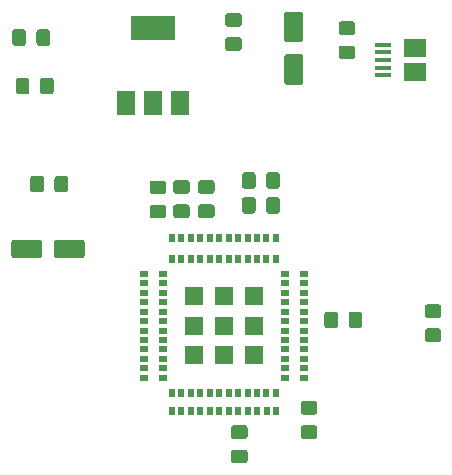
<source format=gbr>
G04 #@! TF.GenerationSoftware,KiCad,Pcbnew,(5.1.5)-3*
G04 #@! TF.CreationDate,2020-02-03T12:38:55+01:00*
G04 #@! TF.ProjectId,Lab_1,4c61625f-312e-46b6-9963-61645f706362,rev?*
G04 #@! TF.SameCoordinates,Original*
G04 #@! TF.FileFunction,Paste,Top*
G04 #@! TF.FilePolarity,Positive*
%FSLAX46Y46*%
G04 Gerber Fmt 4.6, Leading zero omitted, Abs format (unit mm)*
G04 Created by KiCad (PCBNEW (5.1.5)-3) date 2020-02-03 12:38:55*
%MOMM*%
%LPD*%
G04 APERTURE LIST*
%ADD10R,0.800000X0.500000*%
%ADD11R,0.500000X0.800000*%
%ADD12R,1.600000X1.600000*%
%ADD13C,0.100000*%
%ADD14R,1.900000X1.500000*%
%ADD15R,1.350000X0.400000*%
%ADD16R,3.800000X2.000000*%
%ADD17R,1.500000X2.000000*%
G04 APERTURE END LIST*
D10*
X471100000Y-15300000D03*
D11*
X462300000Y-17350000D03*
X461500000Y-17350000D03*
D10*
X460700000Y-16100000D03*
X460700000Y-15300000D03*
X460700000Y-14500000D03*
X460700000Y-13700000D03*
X460700000Y-12900000D03*
X460700000Y-12100000D03*
X460700000Y-11300000D03*
X460700000Y-10500000D03*
X460700000Y-9700000D03*
X460700000Y-8900000D03*
X460700000Y-8100000D03*
X460700000Y-7300000D03*
D11*
X461500000Y-6050000D03*
D10*
X471100000Y-12900000D03*
X471100000Y-13700000D03*
X471100000Y-14500000D03*
X471100000Y-16100000D03*
D11*
X470300000Y-17350000D03*
X469500000Y-17350000D03*
X468700000Y-17350000D03*
X467900000Y-17350000D03*
X467100000Y-17350000D03*
X466300000Y-17350000D03*
X465500000Y-17350000D03*
X464700000Y-17350000D03*
X463900000Y-17350000D03*
X463100000Y-17350000D03*
X462300000Y-6050000D03*
X463100000Y-6050000D03*
X463900000Y-6050000D03*
X464700000Y-6050000D03*
X465500000Y-6050000D03*
X466300000Y-6050000D03*
X467100000Y-6050000D03*
X467900000Y-6050000D03*
X468700000Y-6050000D03*
X469500000Y-6050000D03*
X470300000Y-6050000D03*
D10*
X471100000Y-12100000D03*
X471100000Y-11300000D03*
X471100000Y-10500000D03*
X471100000Y-9700000D03*
X471100000Y-8900000D03*
X471100000Y-8100000D03*
X471100000Y-7300000D03*
D12*
X468400000Y-9200000D03*
X468400000Y-11700000D03*
X468400000Y-14200000D03*
X465900000Y-9200000D03*
X465900000Y-11700000D03*
X465900000Y-14200000D03*
X463400000Y-9200000D03*
X463400000Y-11700000D03*
X463400000Y-14200000D03*
D11*
X464700000Y-4250000D03*
X465500000Y-4260000D03*
X468700000Y-4250000D03*
X466300000Y-4250000D03*
X463900000Y-4250000D03*
X461500000Y-4250000D03*
X469500000Y-4250000D03*
X467900000Y-4250000D03*
X470300000Y-4250000D03*
X467100000Y-4250000D03*
X463100000Y-4250000D03*
X462300000Y-4250000D03*
X467901044Y-18944333D03*
X462301044Y-18944333D03*
X463101044Y-18944333D03*
X468701044Y-18944333D03*
X464701044Y-18944333D03*
X470301044Y-18944333D03*
X465501044Y-18944333D03*
X469501044Y-18944333D03*
X463901044Y-18944333D03*
X466301044Y-18944333D03*
X461501044Y-18944333D03*
X467101044Y-18944333D03*
D10*
X459110000Y-14500000D03*
X459110000Y-10500000D03*
X459110000Y-15300000D03*
X459110000Y-8100000D03*
X459110000Y-12900000D03*
X459110000Y-16100000D03*
X459110000Y-7300000D03*
X459110000Y-13700000D03*
X459110000Y-11300000D03*
X459110000Y-12100000D03*
X459110000Y-8900000D03*
X459110000Y-9700000D03*
X472700000Y-11300000D03*
X472700000Y-14500000D03*
X472700000Y-15300000D03*
X472700000Y-7300000D03*
X472700000Y-8100000D03*
X472700000Y-8900000D03*
X472700000Y-10500000D03*
X472700000Y-12900000D03*
X472700000Y-16100000D03*
X472700000Y-9700000D03*
X472700000Y-12100000D03*
X472700000Y-13700000D03*
D13*
G36*
X484074505Y-11926204D02*
G01*
X484098773Y-11929804D01*
X484122572Y-11935765D01*
X484145671Y-11944030D01*
X484167850Y-11954520D01*
X484188893Y-11967132D01*
X484208599Y-11981747D01*
X484226777Y-11998223D01*
X484243253Y-12016401D01*
X484257868Y-12036107D01*
X484270480Y-12057150D01*
X484280970Y-12079329D01*
X484289235Y-12102428D01*
X484295196Y-12126227D01*
X484298796Y-12150495D01*
X484300000Y-12174999D01*
X484300000Y-12825001D01*
X484298796Y-12849505D01*
X484295196Y-12873773D01*
X484289235Y-12897572D01*
X484280970Y-12920671D01*
X484270480Y-12942850D01*
X484257868Y-12963893D01*
X484243253Y-12983599D01*
X484226777Y-13001777D01*
X484208599Y-13018253D01*
X484188893Y-13032868D01*
X484167850Y-13045480D01*
X484145671Y-13055970D01*
X484122572Y-13064235D01*
X484098773Y-13070196D01*
X484074505Y-13073796D01*
X484050001Y-13075000D01*
X483149999Y-13075000D01*
X483125495Y-13073796D01*
X483101227Y-13070196D01*
X483077428Y-13064235D01*
X483054329Y-13055970D01*
X483032150Y-13045480D01*
X483011107Y-13032868D01*
X482991401Y-13018253D01*
X482973223Y-13001777D01*
X482956747Y-12983599D01*
X482942132Y-12963893D01*
X482929520Y-12942850D01*
X482919030Y-12920671D01*
X482910765Y-12897572D01*
X482904804Y-12873773D01*
X482901204Y-12849505D01*
X482900000Y-12825001D01*
X482900000Y-12174999D01*
X482901204Y-12150495D01*
X482904804Y-12126227D01*
X482910765Y-12102428D01*
X482919030Y-12079329D01*
X482929520Y-12057150D01*
X482942132Y-12036107D01*
X482956747Y-12016401D01*
X482973223Y-11998223D01*
X482991401Y-11981747D01*
X483011107Y-11967132D01*
X483032150Y-11954520D01*
X483054329Y-11944030D01*
X483077428Y-11935765D01*
X483101227Y-11929804D01*
X483125495Y-11926204D01*
X483149999Y-11925000D01*
X484050001Y-11925000D01*
X484074505Y-11926204D01*
G37*
G36*
X484074505Y-9876204D02*
G01*
X484098773Y-9879804D01*
X484122572Y-9885765D01*
X484145671Y-9894030D01*
X484167850Y-9904520D01*
X484188893Y-9917132D01*
X484208599Y-9931747D01*
X484226777Y-9948223D01*
X484243253Y-9966401D01*
X484257868Y-9986107D01*
X484270480Y-10007150D01*
X484280970Y-10029329D01*
X484289235Y-10052428D01*
X484295196Y-10076227D01*
X484298796Y-10100495D01*
X484300000Y-10124999D01*
X484300000Y-10775001D01*
X484298796Y-10799505D01*
X484295196Y-10823773D01*
X484289235Y-10847572D01*
X484280970Y-10870671D01*
X484270480Y-10892850D01*
X484257868Y-10913893D01*
X484243253Y-10933599D01*
X484226777Y-10951777D01*
X484208599Y-10968253D01*
X484188893Y-10982868D01*
X484167850Y-10995480D01*
X484145671Y-11005970D01*
X484122572Y-11014235D01*
X484098773Y-11020196D01*
X484074505Y-11023796D01*
X484050001Y-11025000D01*
X483149999Y-11025000D01*
X483125495Y-11023796D01*
X483101227Y-11020196D01*
X483077428Y-11014235D01*
X483054329Y-11005970D01*
X483032150Y-10995480D01*
X483011107Y-10982868D01*
X482991401Y-10968253D01*
X482973223Y-10951777D01*
X482956747Y-10933599D01*
X482942132Y-10913893D01*
X482929520Y-10892850D01*
X482919030Y-10870671D01*
X482910765Y-10847572D01*
X482904804Y-10823773D01*
X482901204Y-10799505D01*
X482900000Y-10775001D01*
X482900000Y-10124999D01*
X482901204Y-10100495D01*
X482904804Y-10076227D01*
X482910765Y-10052428D01*
X482919030Y-10029329D01*
X482929520Y-10007150D01*
X482942132Y-9986107D01*
X482956747Y-9966401D01*
X482973223Y-9948223D01*
X482991401Y-9931747D01*
X483011107Y-9917132D01*
X483032150Y-9904520D01*
X483054329Y-9894030D01*
X483077428Y-9885765D01*
X483101227Y-9879804D01*
X483125495Y-9876204D01*
X483149999Y-9875000D01*
X484050001Y-9875000D01*
X484074505Y-9876204D01*
G37*
G36*
X468349505Y-801204D02*
G01*
X468373773Y-804804D01*
X468397572Y-810765D01*
X468420671Y-819030D01*
X468442850Y-829520D01*
X468463893Y-842132D01*
X468483599Y-856747D01*
X468501777Y-873223D01*
X468518253Y-891401D01*
X468532868Y-911107D01*
X468545480Y-932150D01*
X468555970Y-954329D01*
X468564235Y-977428D01*
X468570196Y-1001227D01*
X468573796Y-1025495D01*
X468575000Y-1049999D01*
X468575000Y-1950001D01*
X468573796Y-1974505D01*
X468570196Y-1998773D01*
X468564235Y-2022572D01*
X468555970Y-2045671D01*
X468545480Y-2067850D01*
X468532868Y-2088893D01*
X468518253Y-2108599D01*
X468501777Y-2126777D01*
X468483599Y-2143253D01*
X468463893Y-2157868D01*
X468442850Y-2170480D01*
X468420671Y-2180970D01*
X468397572Y-2189235D01*
X468373773Y-2195196D01*
X468349505Y-2198796D01*
X468325001Y-2200000D01*
X467674999Y-2200000D01*
X467650495Y-2198796D01*
X467626227Y-2195196D01*
X467602428Y-2189235D01*
X467579329Y-2180970D01*
X467557150Y-2170480D01*
X467536107Y-2157868D01*
X467516401Y-2143253D01*
X467498223Y-2126777D01*
X467481747Y-2108599D01*
X467467132Y-2088893D01*
X467454520Y-2067850D01*
X467444030Y-2045671D01*
X467435765Y-2022572D01*
X467429804Y-1998773D01*
X467426204Y-1974505D01*
X467425000Y-1950001D01*
X467425000Y-1049999D01*
X467426204Y-1025495D01*
X467429804Y-1001227D01*
X467435765Y-977428D01*
X467444030Y-954329D01*
X467454520Y-932150D01*
X467467132Y-911107D01*
X467481747Y-891401D01*
X467498223Y-873223D01*
X467516401Y-856747D01*
X467536107Y-842132D01*
X467557150Y-829520D01*
X467579329Y-819030D01*
X467602428Y-810765D01*
X467626227Y-804804D01*
X467650495Y-801204D01*
X467674999Y-800000D01*
X468325001Y-800000D01*
X468349505Y-801204D01*
G37*
G36*
X470399505Y-801204D02*
G01*
X470423773Y-804804D01*
X470447572Y-810765D01*
X470470671Y-819030D01*
X470492850Y-829520D01*
X470513893Y-842132D01*
X470533599Y-856747D01*
X470551777Y-873223D01*
X470568253Y-891401D01*
X470582868Y-911107D01*
X470595480Y-932150D01*
X470605970Y-954329D01*
X470614235Y-977428D01*
X470620196Y-1001227D01*
X470623796Y-1025495D01*
X470625000Y-1049999D01*
X470625000Y-1950001D01*
X470623796Y-1974505D01*
X470620196Y-1998773D01*
X470614235Y-2022572D01*
X470605970Y-2045671D01*
X470595480Y-2067850D01*
X470582868Y-2088893D01*
X470568253Y-2108599D01*
X470551777Y-2126777D01*
X470533599Y-2143253D01*
X470513893Y-2157868D01*
X470492850Y-2170480D01*
X470470671Y-2180970D01*
X470447572Y-2189235D01*
X470423773Y-2195196D01*
X470399505Y-2198796D01*
X470375001Y-2200000D01*
X469724999Y-2200000D01*
X469700495Y-2198796D01*
X469676227Y-2195196D01*
X469652428Y-2189235D01*
X469629329Y-2180970D01*
X469607150Y-2170480D01*
X469586107Y-2157868D01*
X469566401Y-2143253D01*
X469548223Y-2126777D01*
X469531747Y-2108599D01*
X469517132Y-2088893D01*
X469504520Y-2067850D01*
X469494030Y-2045671D01*
X469485765Y-2022572D01*
X469479804Y-1998773D01*
X469476204Y-1974505D01*
X469475000Y-1950001D01*
X469475000Y-1049999D01*
X469476204Y-1025495D01*
X469479804Y-1001227D01*
X469485765Y-977428D01*
X469494030Y-954329D01*
X469504520Y-932150D01*
X469517132Y-911107D01*
X469531747Y-891401D01*
X469548223Y-873223D01*
X469566401Y-856747D01*
X469586107Y-842132D01*
X469607150Y-829520D01*
X469629329Y-819030D01*
X469652428Y-810765D01*
X469676227Y-804804D01*
X469700495Y-801204D01*
X469724999Y-800000D01*
X470375001Y-800000D01*
X470399505Y-801204D01*
G37*
G36*
X470399505Y1298796D02*
G01*
X470423773Y1295196D01*
X470447572Y1289235D01*
X470470671Y1280970D01*
X470492850Y1270480D01*
X470513893Y1257868D01*
X470533599Y1243253D01*
X470551777Y1226777D01*
X470568253Y1208599D01*
X470582868Y1188893D01*
X470595480Y1167850D01*
X470605970Y1145671D01*
X470614235Y1122572D01*
X470620196Y1098773D01*
X470623796Y1074505D01*
X470625000Y1050001D01*
X470625000Y149999D01*
X470623796Y125495D01*
X470620196Y101227D01*
X470614235Y77428D01*
X470605970Y54329D01*
X470595480Y32150D01*
X470582868Y11107D01*
X470568253Y-8599D01*
X470551777Y-26777D01*
X470533599Y-43253D01*
X470513893Y-57868D01*
X470492850Y-70480D01*
X470470671Y-80970D01*
X470447572Y-89235D01*
X470423773Y-95196D01*
X470399505Y-98796D01*
X470375001Y-100000D01*
X469724999Y-100000D01*
X469700495Y-98796D01*
X469676227Y-95196D01*
X469652428Y-89235D01*
X469629329Y-80970D01*
X469607150Y-70480D01*
X469586107Y-57868D01*
X469566401Y-43253D01*
X469548223Y-26777D01*
X469531747Y-8599D01*
X469517132Y11107D01*
X469504520Y32150D01*
X469494030Y54329D01*
X469485765Y77428D01*
X469479804Y101227D01*
X469476204Y125495D01*
X469475000Y149999D01*
X469475000Y1050001D01*
X469476204Y1074505D01*
X469479804Y1098773D01*
X469485765Y1122572D01*
X469494030Y1145671D01*
X469504520Y1167850D01*
X469517132Y1188893D01*
X469531747Y1208599D01*
X469548223Y1226777D01*
X469566401Y1243253D01*
X469586107Y1257868D01*
X469607150Y1270480D01*
X469629329Y1280970D01*
X469652428Y1289235D01*
X469676227Y1295196D01*
X469700495Y1298796D01*
X469724999Y1300000D01*
X470375001Y1300000D01*
X470399505Y1298796D01*
G37*
G36*
X468349505Y1298796D02*
G01*
X468373773Y1295196D01*
X468397572Y1289235D01*
X468420671Y1280970D01*
X468442850Y1270480D01*
X468463893Y1257868D01*
X468483599Y1243253D01*
X468501777Y1226777D01*
X468518253Y1208599D01*
X468532868Y1188893D01*
X468545480Y1167850D01*
X468555970Y1145671D01*
X468564235Y1122572D01*
X468570196Y1098773D01*
X468573796Y1074505D01*
X468575000Y1050001D01*
X468575000Y149999D01*
X468573796Y125495D01*
X468570196Y101227D01*
X468564235Y77428D01*
X468555970Y54329D01*
X468545480Y32150D01*
X468532868Y11107D01*
X468518253Y-8599D01*
X468501777Y-26777D01*
X468483599Y-43253D01*
X468463893Y-57868D01*
X468442850Y-70480D01*
X468420671Y-80970D01*
X468397572Y-89235D01*
X468373773Y-95196D01*
X468349505Y-98796D01*
X468325001Y-100000D01*
X467674999Y-100000D01*
X467650495Y-98796D01*
X467626227Y-95196D01*
X467602428Y-89235D01*
X467579329Y-80970D01*
X467557150Y-70480D01*
X467536107Y-57868D01*
X467516401Y-43253D01*
X467498223Y-26777D01*
X467481747Y-8599D01*
X467467132Y11107D01*
X467454520Y32150D01*
X467444030Y54329D01*
X467435765Y77428D01*
X467429804Y101227D01*
X467426204Y125495D01*
X467425000Y149999D01*
X467425000Y1050001D01*
X467426204Y1074505D01*
X467429804Y1098773D01*
X467435765Y1122572D01*
X467444030Y1145671D01*
X467454520Y1167850D01*
X467467132Y1188893D01*
X467481747Y1208599D01*
X467498223Y1226777D01*
X467516401Y1243253D01*
X467536107Y1257868D01*
X467557150Y1270480D01*
X467579329Y1280970D01*
X467602428Y1289235D01*
X467626227Y1295196D01*
X467650495Y1298796D01*
X467674999Y1300000D01*
X468325001Y1300000D01*
X468349505Y1298796D01*
G37*
G36*
X460774505Y-1451204D02*
G01*
X460798773Y-1454804D01*
X460822572Y-1460765D01*
X460845671Y-1469030D01*
X460867850Y-1479520D01*
X460888893Y-1492132D01*
X460908599Y-1506747D01*
X460926777Y-1523223D01*
X460943253Y-1541401D01*
X460957868Y-1561107D01*
X460970480Y-1582150D01*
X460980970Y-1604329D01*
X460989235Y-1627428D01*
X460995196Y-1651227D01*
X460998796Y-1675495D01*
X461000000Y-1699999D01*
X461000000Y-2350001D01*
X460998796Y-2374505D01*
X460995196Y-2398773D01*
X460989235Y-2422572D01*
X460980970Y-2445671D01*
X460970480Y-2467850D01*
X460957868Y-2488893D01*
X460943253Y-2508599D01*
X460926777Y-2526777D01*
X460908599Y-2543253D01*
X460888893Y-2557868D01*
X460867850Y-2570480D01*
X460845671Y-2580970D01*
X460822572Y-2589235D01*
X460798773Y-2595196D01*
X460774505Y-2598796D01*
X460750001Y-2600000D01*
X459849999Y-2600000D01*
X459825495Y-2598796D01*
X459801227Y-2595196D01*
X459777428Y-2589235D01*
X459754329Y-2580970D01*
X459732150Y-2570480D01*
X459711107Y-2557868D01*
X459691401Y-2543253D01*
X459673223Y-2526777D01*
X459656747Y-2508599D01*
X459642132Y-2488893D01*
X459629520Y-2467850D01*
X459619030Y-2445671D01*
X459610765Y-2422572D01*
X459604804Y-2398773D01*
X459601204Y-2374505D01*
X459600000Y-2350001D01*
X459600000Y-1699999D01*
X459601204Y-1675495D01*
X459604804Y-1651227D01*
X459610765Y-1627428D01*
X459619030Y-1604329D01*
X459629520Y-1582150D01*
X459642132Y-1561107D01*
X459656747Y-1541401D01*
X459673223Y-1523223D01*
X459691401Y-1506747D01*
X459711107Y-1492132D01*
X459732150Y-1479520D01*
X459754329Y-1469030D01*
X459777428Y-1460765D01*
X459801227Y-1454804D01*
X459825495Y-1451204D01*
X459849999Y-1450000D01*
X460750001Y-1450000D01*
X460774505Y-1451204D01*
G37*
G36*
X460774505Y598796D02*
G01*
X460798773Y595196D01*
X460822572Y589235D01*
X460845671Y580970D01*
X460867850Y570480D01*
X460888893Y557868D01*
X460908599Y543253D01*
X460926777Y526777D01*
X460943253Y508599D01*
X460957868Y488893D01*
X460970480Y467850D01*
X460980970Y445671D01*
X460989235Y422572D01*
X460995196Y398773D01*
X460998796Y374505D01*
X461000000Y350001D01*
X461000000Y-300001D01*
X460998796Y-324505D01*
X460995196Y-348773D01*
X460989235Y-372572D01*
X460980970Y-395671D01*
X460970480Y-417850D01*
X460957868Y-438893D01*
X460943253Y-458599D01*
X460926777Y-476777D01*
X460908599Y-493253D01*
X460888893Y-507868D01*
X460867850Y-520480D01*
X460845671Y-530970D01*
X460822572Y-539235D01*
X460798773Y-545196D01*
X460774505Y-548796D01*
X460750001Y-550000D01*
X459849999Y-550000D01*
X459825495Y-548796D01*
X459801227Y-545196D01*
X459777428Y-539235D01*
X459754329Y-530970D01*
X459732150Y-520480D01*
X459711107Y-507868D01*
X459691401Y-493253D01*
X459673223Y-476777D01*
X459656747Y-458599D01*
X459642132Y-438893D01*
X459629520Y-417850D01*
X459619030Y-395671D01*
X459610765Y-372572D01*
X459604804Y-348773D01*
X459601204Y-324505D01*
X459600000Y-300001D01*
X459600000Y350001D01*
X459601204Y374505D01*
X459604804Y398773D01*
X459610765Y422572D01*
X459619030Y445671D01*
X459629520Y467850D01*
X459642132Y488893D01*
X459656747Y508599D01*
X459673223Y526777D01*
X459691401Y543253D01*
X459711107Y557868D01*
X459732150Y570480D01*
X459754329Y580970D01*
X459777428Y589235D01*
X459801227Y595196D01*
X459825495Y598796D01*
X459849999Y600000D01*
X460750001Y600000D01*
X460774505Y598796D01*
G37*
G36*
X462774505Y623796D02*
G01*
X462798773Y620196D01*
X462822572Y614235D01*
X462845671Y605970D01*
X462867850Y595480D01*
X462888893Y582868D01*
X462908599Y568253D01*
X462926777Y551777D01*
X462943253Y533599D01*
X462957868Y513893D01*
X462970480Y492850D01*
X462980970Y470671D01*
X462989235Y447572D01*
X462995196Y423773D01*
X462998796Y399505D01*
X463000000Y375001D01*
X463000000Y-275001D01*
X462998796Y-299505D01*
X462995196Y-323773D01*
X462989235Y-347572D01*
X462980970Y-370671D01*
X462970480Y-392850D01*
X462957868Y-413893D01*
X462943253Y-433599D01*
X462926777Y-451777D01*
X462908599Y-468253D01*
X462888893Y-482868D01*
X462867850Y-495480D01*
X462845671Y-505970D01*
X462822572Y-514235D01*
X462798773Y-520196D01*
X462774505Y-523796D01*
X462750001Y-525000D01*
X461849999Y-525000D01*
X461825495Y-523796D01*
X461801227Y-520196D01*
X461777428Y-514235D01*
X461754329Y-505970D01*
X461732150Y-495480D01*
X461711107Y-482868D01*
X461691401Y-468253D01*
X461673223Y-451777D01*
X461656747Y-433599D01*
X461642132Y-413893D01*
X461629520Y-392850D01*
X461619030Y-370671D01*
X461610765Y-347572D01*
X461604804Y-323773D01*
X461601204Y-299505D01*
X461600000Y-275001D01*
X461600000Y375001D01*
X461601204Y399505D01*
X461604804Y423773D01*
X461610765Y447572D01*
X461619030Y470671D01*
X461629520Y492850D01*
X461642132Y513893D01*
X461656747Y533599D01*
X461673223Y551777D01*
X461691401Y568253D01*
X461711107Y582868D01*
X461732150Y595480D01*
X461754329Y605970D01*
X461777428Y614235D01*
X461801227Y620196D01*
X461825495Y623796D01*
X461849999Y625000D01*
X462750001Y625000D01*
X462774505Y623796D01*
G37*
G36*
X462774505Y-1426204D02*
G01*
X462798773Y-1429804D01*
X462822572Y-1435765D01*
X462845671Y-1444030D01*
X462867850Y-1454520D01*
X462888893Y-1467132D01*
X462908599Y-1481747D01*
X462926777Y-1498223D01*
X462943253Y-1516401D01*
X462957868Y-1536107D01*
X462970480Y-1557150D01*
X462980970Y-1579329D01*
X462989235Y-1602428D01*
X462995196Y-1626227D01*
X462998796Y-1650495D01*
X463000000Y-1674999D01*
X463000000Y-2325001D01*
X462998796Y-2349505D01*
X462995196Y-2373773D01*
X462989235Y-2397572D01*
X462980970Y-2420671D01*
X462970480Y-2442850D01*
X462957868Y-2463893D01*
X462943253Y-2483599D01*
X462926777Y-2501777D01*
X462908599Y-2518253D01*
X462888893Y-2532868D01*
X462867850Y-2545480D01*
X462845671Y-2555970D01*
X462822572Y-2564235D01*
X462798773Y-2570196D01*
X462774505Y-2573796D01*
X462750001Y-2575000D01*
X461849999Y-2575000D01*
X461825495Y-2573796D01*
X461801227Y-2570196D01*
X461777428Y-2564235D01*
X461754329Y-2555970D01*
X461732150Y-2545480D01*
X461711107Y-2532868D01*
X461691401Y-2518253D01*
X461673223Y-2501777D01*
X461656747Y-2483599D01*
X461642132Y-2463893D01*
X461629520Y-2442850D01*
X461619030Y-2420671D01*
X461610765Y-2397572D01*
X461604804Y-2373773D01*
X461601204Y-2349505D01*
X461600000Y-2325001D01*
X461600000Y-1674999D01*
X461601204Y-1650495D01*
X461604804Y-1626227D01*
X461610765Y-1602428D01*
X461619030Y-1579329D01*
X461629520Y-1557150D01*
X461642132Y-1536107D01*
X461656747Y-1516401D01*
X461673223Y-1498223D01*
X461691401Y-1481747D01*
X461711107Y-1467132D01*
X461732150Y-1454520D01*
X461754329Y-1444030D01*
X461777428Y-1435765D01*
X461801227Y-1429804D01*
X461825495Y-1426204D01*
X461849999Y-1425000D01*
X462750001Y-1425000D01*
X462774505Y-1426204D01*
G37*
G36*
X464874505Y623796D02*
G01*
X464898773Y620196D01*
X464922572Y614235D01*
X464945671Y605970D01*
X464967850Y595480D01*
X464988893Y582868D01*
X465008599Y568253D01*
X465026777Y551777D01*
X465043253Y533599D01*
X465057868Y513893D01*
X465070480Y492850D01*
X465080970Y470671D01*
X465089235Y447572D01*
X465095196Y423773D01*
X465098796Y399505D01*
X465100000Y375001D01*
X465100000Y-275001D01*
X465098796Y-299505D01*
X465095196Y-323773D01*
X465089235Y-347572D01*
X465080970Y-370671D01*
X465070480Y-392850D01*
X465057868Y-413893D01*
X465043253Y-433599D01*
X465026777Y-451777D01*
X465008599Y-468253D01*
X464988893Y-482868D01*
X464967850Y-495480D01*
X464945671Y-505970D01*
X464922572Y-514235D01*
X464898773Y-520196D01*
X464874505Y-523796D01*
X464850001Y-525000D01*
X463949999Y-525000D01*
X463925495Y-523796D01*
X463901227Y-520196D01*
X463877428Y-514235D01*
X463854329Y-505970D01*
X463832150Y-495480D01*
X463811107Y-482868D01*
X463791401Y-468253D01*
X463773223Y-451777D01*
X463756747Y-433599D01*
X463742132Y-413893D01*
X463729520Y-392850D01*
X463719030Y-370671D01*
X463710765Y-347572D01*
X463704804Y-323773D01*
X463701204Y-299505D01*
X463700000Y-275001D01*
X463700000Y375001D01*
X463701204Y399505D01*
X463704804Y423773D01*
X463710765Y447572D01*
X463719030Y470671D01*
X463729520Y492850D01*
X463742132Y513893D01*
X463756747Y533599D01*
X463773223Y551777D01*
X463791401Y568253D01*
X463811107Y582868D01*
X463832150Y595480D01*
X463854329Y605970D01*
X463877428Y614235D01*
X463901227Y620196D01*
X463925495Y623796D01*
X463949999Y625000D01*
X464850001Y625000D01*
X464874505Y623796D01*
G37*
G36*
X464874505Y-1426204D02*
G01*
X464898773Y-1429804D01*
X464922572Y-1435765D01*
X464945671Y-1444030D01*
X464967850Y-1454520D01*
X464988893Y-1467132D01*
X465008599Y-1481747D01*
X465026777Y-1498223D01*
X465043253Y-1516401D01*
X465057868Y-1536107D01*
X465070480Y-1557150D01*
X465080970Y-1579329D01*
X465089235Y-1602428D01*
X465095196Y-1626227D01*
X465098796Y-1650495D01*
X465100000Y-1674999D01*
X465100000Y-2325001D01*
X465098796Y-2349505D01*
X465095196Y-2373773D01*
X465089235Y-2397572D01*
X465080970Y-2420671D01*
X465070480Y-2442850D01*
X465057868Y-2463893D01*
X465043253Y-2483599D01*
X465026777Y-2501777D01*
X465008599Y-2518253D01*
X464988893Y-2532868D01*
X464967850Y-2545480D01*
X464945671Y-2555970D01*
X464922572Y-2564235D01*
X464898773Y-2570196D01*
X464874505Y-2573796D01*
X464850001Y-2575000D01*
X463949999Y-2575000D01*
X463925495Y-2573796D01*
X463901227Y-2570196D01*
X463877428Y-2564235D01*
X463854329Y-2555970D01*
X463832150Y-2545480D01*
X463811107Y-2532868D01*
X463791401Y-2518253D01*
X463773223Y-2501777D01*
X463756747Y-2483599D01*
X463742132Y-2463893D01*
X463729520Y-2442850D01*
X463719030Y-2420671D01*
X463710765Y-2397572D01*
X463704804Y-2373773D01*
X463701204Y-2349505D01*
X463700000Y-2325001D01*
X463700000Y-1674999D01*
X463701204Y-1650495D01*
X463704804Y-1626227D01*
X463710765Y-1602428D01*
X463719030Y-1579329D01*
X463729520Y-1557150D01*
X463742132Y-1536107D01*
X463756747Y-1516401D01*
X463773223Y-1498223D01*
X463791401Y-1481747D01*
X463811107Y-1467132D01*
X463832150Y-1454520D01*
X463854329Y-1444030D01*
X463877428Y-1435765D01*
X463901227Y-1429804D01*
X463925495Y-1426204D01*
X463949999Y-1425000D01*
X464850001Y-1425000D01*
X464874505Y-1426204D01*
G37*
G36*
X467674505Y-20126204D02*
G01*
X467698773Y-20129804D01*
X467722572Y-20135765D01*
X467745671Y-20144030D01*
X467767850Y-20154520D01*
X467788893Y-20167132D01*
X467808599Y-20181747D01*
X467826777Y-20198223D01*
X467843253Y-20216401D01*
X467857868Y-20236107D01*
X467870480Y-20257150D01*
X467880970Y-20279329D01*
X467889235Y-20302428D01*
X467895196Y-20326227D01*
X467898796Y-20350495D01*
X467900000Y-20374999D01*
X467900000Y-21025001D01*
X467898796Y-21049505D01*
X467895196Y-21073773D01*
X467889235Y-21097572D01*
X467880970Y-21120671D01*
X467870480Y-21142850D01*
X467857868Y-21163893D01*
X467843253Y-21183599D01*
X467826777Y-21201777D01*
X467808599Y-21218253D01*
X467788893Y-21232868D01*
X467767850Y-21245480D01*
X467745671Y-21255970D01*
X467722572Y-21264235D01*
X467698773Y-21270196D01*
X467674505Y-21273796D01*
X467650001Y-21275000D01*
X466749999Y-21275000D01*
X466725495Y-21273796D01*
X466701227Y-21270196D01*
X466677428Y-21264235D01*
X466654329Y-21255970D01*
X466632150Y-21245480D01*
X466611107Y-21232868D01*
X466591401Y-21218253D01*
X466573223Y-21201777D01*
X466556747Y-21183599D01*
X466542132Y-21163893D01*
X466529520Y-21142850D01*
X466519030Y-21120671D01*
X466510765Y-21097572D01*
X466504804Y-21073773D01*
X466501204Y-21049505D01*
X466500000Y-21025001D01*
X466500000Y-20374999D01*
X466501204Y-20350495D01*
X466504804Y-20326227D01*
X466510765Y-20302428D01*
X466519030Y-20279329D01*
X466529520Y-20257150D01*
X466542132Y-20236107D01*
X466556747Y-20216401D01*
X466573223Y-20198223D01*
X466591401Y-20181747D01*
X466611107Y-20167132D01*
X466632150Y-20154520D01*
X466654329Y-20144030D01*
X466677428Y-20135765D01*
X466701227Y-20129804D01*
X466725495Y-20126204D01*
X466749999Y-20125000D01*
X467650001Y-20125000D01*
X467674505Y-20126204D01*
G37*
G36*
X467674505Y-22176204D02*
G01*
X467698773Y-22179804D01*
X467722572Y-22185765D01*
X467745671Y-22194030D01*
X467767850Y-22204520D01*
X467788893Y-22217132D01*
X467808599Y-22231747D01*
X467826777Y-22248223D01*
X467843253Y-22266401D01*
X467857868Y-22286107D01*
X467870480Y-22307150D01*
X467880970Y-22329329D01*
X467889235Y-22352428D01*
X467895196Y-22376227D01*
X467898796Y-22400495D01*
X467900000Y-22424999D01*
X467900000Y-23075001D01*
X467898796Y-23099505D01*
X467895196Y-23123773D01*
X467889235Y-23147572D01*
X467880970Y-23170671D01*
X467870480Y-23192850D01*
X467857868Y-23213893D01*
X467843253Y-23233599D01*
X467826777Y-23251777D01*
X467808599Y-23268253D01*
X467788893Y-23282868D01*
X467767850Y-23295480D01*
X467745671Y-23305970D01*
X467722572Y-23314235D01*
X467698773Y-23320196D01*
X467674505Y-23323796D01*
X467650001Y-23325000D01*
X466749999Y-23325000D01*
X466725495Y-23323796D01*
X466701227Y-23320196D01*
X466677428Y-23314235D01*
X466654329Y-23305970D01*
X466632150Y-23295480D01*
X466611107Y-23282868D01*
X466591401Y-23268253D01*
X466573223Y-23251777D01*
X466556747Y-23233599D01*
X466542132Y-23213893D01*
X466529520Y-23192850D01*
X466519030Y-23170671D01*
X466510765Y-23147572D01*
X466504804Y-23123773D01*
X466501204Y-23099505D01*
X466500000Y-23075001D01*
X466500000Y-22424999D01*
X466501204Y-22400495D01*
X466504804Y-22376227D01*
X466510765Y-22352428D01*
X466519030Y-22329329D01*
X466529520Y-22307150D01*
X466542132Y-22286107D01*
X466556747Y-22266401D01*
X466573223Y-22248223D01*
X466591401Y-22231747D01*
X466611107Y-22217132D01*
X466632150Y-22204520D01*
X466654329Y-22194030D01*
X466677428Y-22185765D01*
X466701227Y-22179804D01*
X466725495Y-22176204D01*
X466749999Y-22175000D01*
X467650001Y-22175000D01*
X467674505Y-22176204D01*
G37*
G36*
X476774505Y14073796D02*
G01*
X476798773Y14070196D01*
X476822572Y14064235D01*
X476845671Y14055970D01*
X476867850Y14045480D01*
X476888893Y14032868D01*
X476908599Y14018253D01*
X476926777Y14001777D01*
X476943253Y13983599D01*
X476957868Y13963893D01*
X476970480Y13942850D01*
X476980970Y13920671D01*
X476989235Y13897572D01*
X476995196Y13873773D01*
X476998796Y13849505D01*
X477000000Y13825001D01*
X477000000Y13174999D01*
X476998796Y13150495D01*
X476995196Y13126227D01*
X476989235Y13102428D01*
X476980970Y13079329D01*
X476970480Y13057150D01*
X476957868Y13036107D01*
X476943253Y13016401D01*
X476926777Y12998223D01*
X476908599Y12981747D01*
X476888893Y12967132D01*
X476867850Y12954520D01*
X476845671Y12944030D01*
X476822572Y12935765D01*
X476798773Y12929804D01*
X476774505Y12926204D01*
X476750001Y12925000D01*
X475849999Y12925000D01*
X475825495Y12926204D01*
X475801227Y12929804D01*
X475777428Y12935765D01*
X475754329Y12944030D01*
X475732150Y12954520D01*
X475711107Y12967132D01*
X475691401Y12981747D01*
X475673223Y12998223D01*
X475656747Y13016401D01*
X475642132Y13036107D01*
X475629520Y13057150D01*
X475619030Y13079329D01*
X475610765Y13102428D01*
X475604804Y13126227D01*
X475601204Y13150495D01*
X475600000Y13174999D01*
X475600000Y13825001D01*
X475601204Y13849505D01*
X475604804Y13873773D01*
X475610765Y13897572D01*
X475619030Y13920671D01*
X475629520Y13942850D01*
X475642132Y13963893D01*
X475656747Y13983599D01*
X475673223Y14001777D01*
X475691401Y14018253D01*
X475711107Y14032868D01*
X475732150Y14045480D01*
X475754329Y14055970D01*
X475777428Y14064235D01*
X475801227Y14070196D01*
X475825495Y14073796D01*
X475849999Y14075000D01*
X476750001Y14075000D01*
X476774505Y14073796D01*
G37*
G36*
X476774505Y12023796D02*
G01*
X476798773Y12020196D01*
X476822572Y12014235D01*
X476845671Y12005970D01*
X476867850Y11995480D01*
X476888893Y11982868D01*
X476908599Y11968253D01*
X476926777Y11951777D01*
X476943253Y11933599D01*
X476957868Y11913893D01*
X476970480Y11892850D01*
X476980970Y11870671D01*
X476989235Y11847572D01*
X476995196Y11823773D01*
X476998796Y11799505D01*
X477000000Y11775001D01*
X477000000Y11124999D01*
X476998796Y11100495D01*
X476995196Y11076227D01*
X476989235Y11052428D01*
X476980970Y11029329D01*
X476970480Y11007150D01*
X476957868Y10986107D01*
X476943253Y10966401D01*
X476926777Y10948223D01*
X476908599Y10931747D01*
X476888893Y10917132D01*
X476867850Y10904520D01*
X476845671Y10894030D01*
X476822572Y10885765D01*
X476798773Y10879804D01*
X476774505Y10876204D01*
X476750001Y10875000D01*
X475849999Y10875000D01*
X475825495Y10876204D01*
X475801227Y10879804D01*
X475777428Y10885765D01*
X475754329Y10894030D01*
X475732150Y10904520D01*
X475711107Y10917132D01*
X475691401Y10931747D01*
X475673223Y10948223D01*
X475656747Y10966401D01*
X475642132Y10986107D01*
X475629520Y11007150D01*
X475619030Y11029329D01*
X475610765Y11052428D01*
X475604804Y11076227D01*
X475601204Y11100495D01*
X475600000Y11124999D01*
X475600000Y11775001D01*
X475601204Y11799505D01*
X475604804Y11823773D01*
X475610765Y11847572D01*
X475619030Y11870671D01*
X475629520Y11892850D01*
X475642132Y11913893D01*
X475656747Y11933599D01*
X475673223Y11951777D01*
X475691401Y11968253D01*
X475711107Y11982868D01*
X475732150Y11995480D01*
X475754329Y12005970D01*
X475777428Y12014235D01*
X475801227Y12020196D01*
X475825495Y12023796D01*
X475849999Y12025000D01*
X476750001Y12025000D01*
X476774505Y12023796D01*
G37*
G36*
X472374504Y14898796D02*
G01*
X472398773Y14895196D01*
X472422571Y14889235D01*
X472445671Y14880970D01*
X472467849Y14870480D01*
X472488893Y14857867D01*
X472508598Y14843253D01*
X472526777Y14826777D01*
X472543253Y14808598D01*
X472557867Y14788893D01*
X472570480Y14767849D01*
X472580970Y14745671D01*
X472589235Y14722571D01*
X472595196Y14698773D01*
X472598796Y14674504D01*
X472600000Y14650000D01*
X472600000Y12550000D01*
X472598796Y12525496D01*
X472595196Y12501227D01*
X472589235Y12477429D01*
X472580970Y12454329D01*
X472570480Y12432151D01*
X472557867Y12411107D01*
X472543253Y12391402D01*
X472526777Y12373223D01*
X472508598Y12356747D01*
X472488893Y12342133D01*
X472467849Y12329520D01*
X472445671Y12319030D01*
X472422571Y12310765D01*
X472398773Y12304804D01*
X472374504Y12301204D01*
X472350000Y12300000D01*
X471250000Y12300000D01*
X471225496Y12301204D01*
X471201227Y12304804D01*
X471177429Y12310765D01*
X471154329Y12319030D01*
X471132151Y12329520D01*
X471111107Y12342133D01*
X471091402Y12356747D01*
X471073223Y12373223D01*
X471056747Y12391402D01*
X471042133Y12411107D01*
X471029520Y12432151D01*
X471019030Y12454329D01*
X471010765Y12477429D01*
X471004804Y12501227D01*
X471001204Y12525496D01*
X471000000Y12550000D01*
X471000000Y14650000D01*
X471001204Y14674504D01*
X471004804Y14698773D01*
X471010765Y14722571D01*
X471019030Y14745671D01*
X471029520Y14767849D01*
X471042133Y14788893D01*
X471056747Y14808598D01*
X471073223Y14826777D01*
X471091402Y14843253D01*
X471111107Y14857867D01*
X471132151Y14870480D01*
X471154329Y14880970D01*
X471177429Y14889235D01*
X471201227Y14895196D01*
X471225496Y14898796D01*
X471250000Y14900000D01*
X472350000Y14900000D01*
X472374504Y14898796D01*
G37*
G36*
X472374504Y11298796D02*
G01*
X472398773Y11295196D01*
X472422571Y11289235D01*
X472445671Y11280970D01*
X472467849Y11270480D01*
X472488893Y11257867D01*
X472508598Y11243253D01*
X472526777Y11226777D01*
X472543253Y11208598D01*
X472557867Y11188893D01*
X472570480Y11167849D01*
X472580970Y11145671D01*
X472589235Y11122571D01*
X472595196Y11098773D01*
X472598796Y11074504D01*
X472600000Y11050000D01*
X472600000Y8950000D01*
X472598796Y8925496D01*
X472595196Y8901227D01*
X472589235Y8877429D01*
X472580970Y8854329D01*
X472570480Y8832151D01*
X472557867Y8811107D01*
X472543253Y8791402D01*
X472526777Y8773223D01*
X472508598Y8756747D01*
X472488893Y8742133D01*
X472467849Y8729520D01*
X472445671Y8719030D01*
X472422571Y8710765D01*
X472398773Y8704804D01*
X472374504Y8701204D01*
X472350000Y8700000D01*
X471250000Y8700000D01*
X471225496Y8701204D01*
X471201227Y8704804D01*
X471177429Y8710765D01*
X471154329Y8719030D01*
X471132151Y8729520D01*
X471111107Y8742133D01*
X471091402Y8756747D01*
X471073223Y8773223D01*
X471056747Y8791402D01*
X471042133Y8811107D01*
X471029520Y8832151D01*
X471019030Y8854329D01*
X471010765Y8877429D01*
X471004804Y8901227D01*
X471001204Y8925496D01*
X471000000Y8950000D01*
X471000000Y11050000D01*
X471001204Y11074504D01*
X471004804Y11098773D01*
X471010765Y11122571D01*
X471019030Y11145671D01*
X471029520Y11167849D01*
X471042133Y11188893D01*
X471056747Y11208598D01*
X471073223Y11226777D01*
X471091402Y11243253D01*
X471111107Y11257867D01*
X471132151Y11270480D01*
X471154329Y11280970D01*
X471177429Y11289235D01*
X471201227Y11295196D01*
X471225496Y11298796D01*
X471250000Y11300000D01*
X472350000Y11300000D01*
X472374504Y11298796D01*
G37*
G36*
X467174505Y14773796D02*
G01*
X467198773Y14770196D01*
X467222572Y14764235D01*
X467245671Y14755970D01*
X467267850Y14745480D01*
X467288893Y14732868D01*
X467308599Y14718253D01*
X467326777Y14701777D01*
X467343253Y14683599D01*
X467357868Y14663893D01*
X467370480Y14642850D01*
X467380970Y14620671D01*
X467389235Y14597572D01*
X467395196Y14573773D01*
X467398796Y14549505D01*
X467400000Y14525001D01*
X467400000Y13874999D01*
X467398796Y13850495D01*
X467395196Y13826227D01*
X467389235Y13802428D01*
X467380970Y13779329D01*
X467370480Y13757150D01*
X467357868Y13736107D01*
X467343253Y13716401D01*
X467326777Y13698223D01*
X467308599Y13681747D01*
X467288893Y13667132D01*
X467267850Y13654520D01*
X467245671Y13644030D01*
X467222572Y13635765D01*
X467198773Y13629804D01*
X467174505Y13626204D01*
X467150001Y13625000D01*
X466249999Y13625000D01*
X466225495Y13626204D01*
X466201227Y13629804D01*
X466177428Y13635765D01*
X466154329Y13644030D01*
X466132150Y13654520D01*
X466111107Y13667132D01*
X466091401Y13681747D01*
X466073223Y13698223D01*
X466056747Y13716401D01*
X466042132Y13736107D01*
X466029520Y13757150D01*
X466019030Y13779329D01*
X466010765Y13802428D01*
X466004804Y13826227D01*
X466001204Y13850495D01*
X466000000Y13874999D01*
X466000000Y14525001D01*
X466001204Y14549505D01*
X466004804Y14573773D01*
X466010765Y14597572D01*
X466019030Y14620671D01*
X466029520Y14642850D01*
X466042132Y14663893D01*
X466056747Y14683599D01*
X466073223Y14701777D01*
X466091401Y14718253D01*
X466111107Y14732868D01*
X466132150Y14745480D01*
X466154329Y14755970D01*
X466177428Y14764235D01*
X466201227Y14770196D01*
X466225495Y14773796D01*
X466249999Y14775000D01*
X467150001Y14775000D01*
X467174505Y14773796D01*
G37*
G36*
X467174505Y12723796D02*
G01*
X467198773Y12720196D01*
X467222572Y12714235D01*
X467245671Y12705970D01*
X467267850Y12695480D01*
X467288893Y12682868D01*
X467308599Y12668253D01*
X467326777Y12651777D01*
X467343253Y12633599D01*
X467357868Y12613893D01*
X467370480Y12592850D01*
X467380970Y12570671D01*
X467389235Y12547572D01*
X467395196Y12523773D01*
X467398796Y12499505D01*
X467400000Y12475001D01*
X467400000Y11824999D01*
X467398796Y11800495D01*
X467395196Y11776227D01*
X467389235Y11752428D01*
X467380970Y11729329D01*
X467370480Y11707150D01*
X467357868Y11686107D01*
X467343253Y11666401D01*
X467326777Y11648223D01*
X467308599Y11631747D01*
X467288893Y11617132D01*
X467267850Y11604520D01*
X467245671Y11594030D01*
X467222572Y11585765D01*
X467198773Y11579804D01*
X467174505Y11576204D01*
X467150001Y11575000D01*
X466249999Y11575000D01*
X466225495Y11576204D01*
X466201227Y11579804D01*
X466177428Y11585765D01*
X466154329Y11594030D01*
X466132150Y11604520D01*
X466111107Y11617132D01*
X466091401Y11631747D01*
X466073223Y11648223D01*
X466056747Y11666401D01*
X466042132Y11686107D01*
X466029520Y11707150D01*
X466019030Y11729329D01*
X466010765Y11752428D01*
X466004804Y11776227D01*
X466001204Y11800495D01*
X466000000Y11824999D01*
X466000000Y12475001D01*
X466001204Y12499505D01*
X466004804Y12523773D01*
X466010765Y12547572D01*
X466019030Y12570671D01*
X466029520Y12592850D01*
X466042132Y12613893D01*
X466056747Y12633599D01*
X466073223Y12651777D01*
X466091401Y12668253D01*
X466111107Y12682868D01*
X466132150Y12695480D01*
X466154329Y12705970D01*
X466177428Y12714235D01*
X466201227Y12720196D01*
X466225495Y12723796D01*
X466249999Y12725000D01*
X467150001Y12725000D01*
X467174505Y12723796D01*
G37*
G36*
X452474505Y998796D02*
G01*
X452498773Y995196D01*
X452522572Y989235D01*
X452545671Y980970D01*
X452567850Y970480D01*
X452588893Y957868D01*
X452608599Y943253D01*
X452626777Y926777D01*
X452643253Y908599D01*
X452657868Y888893D01*
X452670480Y867850D01*
X452680970Y845671D01*
X452689235Y822572D01*
X452695196Y798773D01*
X452698796Y774505D01*
X452700000Y750001D01*
X452700000Y-150001D01*
X452698796Y-174505D01*
X452695196Y-198773D01*
X452689235Y-222572D01*
X452680970Y-245671D01*
X452670480Y-267850D01*
X452657868Y-288893D01*
X452643253Y-308599D01*
X452626777Y-326777D01*
X452608599Y-343253D01*
X452588893Y-357868D01*
X452567850Y-370480D01*
X452545671Y-380970D01*
X452522572Y-389235D01*
X452498773Y-395196D01*
X452474505Y-398796D01*
X452450001Y-400000D01*
X451799999Y-400000D01*
X451775495Y-398796D01*
X451751227Y-395196D01*
X451727428Y-389235D01*
X451704329Y-380970D01*
X451682150Y-370480D01*
X451661107Y-357868D01*
X451641401Y-343253D01*
X451623223Y-326777D01*
X451606747Y-308599D01*
X451592132Y-288893D01*
X451579520Y-267850D01*
X451569030Y-245671D01*
X451560765Y-222572D01*
X451554804Y-198773D01*
X451551204Y-174505D01*
X451550000Y-150001D01*
X451550000Y750001D01*
X451551204Y774505D01*
X451554804Y798773D01*
X451560765Y822572D01*
X451569030Y845671D01*
X451579520Y867850D01*
X451592132Y888893D01*
X451606747Y908599D01*
X451623223Y926777D01*
X451641401Y943253D01*
X451661107Y957868D01*
X451682150Y970480D01*
X451704329Y980970D01*
X451727428Y989235D01*
X451751227Y995196D01*
X451775495Y998796D01*
X451799999Y1000000D01*
X452450001Y1000000D01*
X452474505Y998796D01*
G37*
G36*
X450424505Y998796D02*
G01*
X450448773Y995196D01*
X450472572Y989235D01*
X450495671Y980970D01*
X450517850Y970480D01*
X450538893Y957868D01*
X450558599Y943253D01*
X450576777Y926777D01*
X450593253Y908599D01*
X450607868Y888893D01*
X450620480Y867850D01*
X450630970Y845671D01*
X450639235Y822572D01*
X450645196Y798773D01*
X450648796Y774505D01*
X450650000Y750001D01*
X450650000Y-150001D01*
X450648796Y-174505D01*
X450645196Y-198773D01*
X450639235Y-222572D01*
X450630970Y-245671D01*
X450620480Y-267850D01*
X450607868Y-288893D01*
X450593253Y-308599D01*
X450576777Y-326777D01*
X450558599Y-343253D01*
X450538893Y-357868D01*
X450517850Y-370480D01*
X450495671Y-380970D01*
X450472572Y-389235D01*
X450448773Y-395196D01*
X450424505Y-398796D01*
X450400001Y-400000D01*
X449749999Y-400000D01*
X449725495Y-398796D01*
X449701227Y-395196D01*
X449677428Y-389235D01*
X449654329Y-380970D01*
X449632150Y-370480D01*
X449611107Y-357868D01*
X449591401Y-343253D01*
X449573223Y-326777D01*
X449556747Y-308599D01*
X449542132Y-288893D01*
X449529520Y-267850D01*
X449519030Y-245671D01*
X449510765Y-222572D01*
X449504804Y-198773D01*
X449501204Y-174505D01*
X449500000Y-150001D01*
X449500000Y750001D01*
X449501204Y774505D01*
X449504804Y798773D01*
X449510765Y822572D01*
X449519030Y845671D01*
X449529520Y867850D01*
X449542132Y888893D01*
X449556747Y908599D01*
X449573223Y926777D01*
X449591401Y943253D01*
X449611107Y957868D01*
X449632150Y970480D01*
X449654329Y980970D01*
X449677428Y989235D01*
X449701227Y995196D01*
X449725495Y998796D01*
X449749999Y1000000D01*
X450400001Y1000000D01*
X450424505Y998796D01*
G37*
G36*
X453874504Y-4401204D02*
G01*
X453898773Y-4404804D01*
X453922571Y-4410765D01*
X453945671Y-4419030D01*
X453967849Y-4429520D01*
X453988893Y-4442133D01*
X454008598Y-4456747D01*
X454026777Y-4473223D01*
X454043253Y-4491402D01*
X454057867Y-4511107D01*
X454070480Y-4532151D01*
X454080970Y-4554329D01*
X454089235Y-4577429D01*
X454095196Y-4601227D01*
X454098796Y-4625496D01*
X454100000Y-4650000D01*
X454100000Y-5750000D01*
X454098796Y-5774504D01*
X454095196Y-5798773D01*
X454089235Y-5822571D01*
X454080970Y-5845671D01*
X454070480Y-5867849D01*
X454057867Y-5888893D01*
X454043253Y-5908598D01*
X454026777Y-5926777D01*
X454008598Y-5943253D01*
X453988893Y-5957867D01*
X453967849Y-5970480D01*
X453945671Y-5980970D01*
X453922571Y-5989235D01*
X453898773Y-5995196D01*
X453874504Y-5998796D01*
X453850000Y-6000000D01*
X451750000Y-6000000D01*
X451725496Y-5998796D01*
X451701227Y-5995196D01*
X451677429Y-5989235D01*
X451654329Y-5980970D01*
X451632151Y-5970480D01*
X451611107Y-5957867D01*
X451591402Y-5943253D01*
X451573223Y-5926777D01*
X451556747Y-5908598D01*
X451542133Y-5888893D01*
X451529520Y-5867849D01*
X451519030Y-5845671D01*
X451510765Y-5822571D01*
X451504804Y-5798773D01*
X451501204Y-5774504D01*
X451500000Y-5750000D01*
X451500000Y-4650000D01*
X451501204Y-4625496D01*
X451504804Y-4601227D01*
X451510765Y-4577429D01*
X451519030Y-4554329D01*
X451529520Y-4532151D01*
X451542133Y-4511107D01*
X451556747Y-4491402D01*
X451573223Y-4473223D01*
X451591402Y-4456747D01*
X451611107Y-4442133D01*
X451632151Y-4429520D01*
X451654329Y-4419030D01*
X451677429Y-4410765D01*
X451701227Y-4404804D01*
X451725496Y-4401204D01*
X451750000Y-4400000D01*
X453850000Y-4400000D01*
X453874504Y-4401204D01*
G37*
G36*
X450274504Y-4401204D02*
G01*
X450298773Y-4404804D01*
X450322571Y-4410765D01*
X450345671Y-4419030D01*
X450367849Y-4429520D01*
X450388893Y-4442133D01*
X450408598Y-4456747D01*
X450426777Y-4473223D01*
X450443253Y-4491402D01*
X450457867Y-4511107D01*
X450470480Y-4532151D01*
X450480970Y-4554329D01*
X450489235Y-4577429D01*
X450495196Y-4601227D01*
X450498796Y-4625496D01*
X450500000Y-4650000D01*
X450500000Y-5750000D01*
X450498796Y-5774504D01*
X450495196Y-5798773D01*
X450489235Y-5822571D01*
X450480970Y-5845671D01*
X450470480Y-5867849D01*
X450457867Y-5888893D01*
X450443253Y-5908598D01*
X450426777Y-5926777D01*
X450408598Y-5943253D01*
X450388893Y-5957867D01*
X450367849Y-5970480D01*
X450345671Y-5980970D01*
X450322571Y-5989235D01*
X450298773Y-5995196D01*
X450274504Y-5998796D01*
X450250000Y-6000000D01*
X448150000Y-6000000D01*
X448125496Y-5998796D01*
X448101227Y-5995196D01*
X448077429Y-5989235D01*
X448054329Y-5980970D01*
X448032151Y-5970480D01*
X448011107Y-5957867D01*
X447991402Y-5943253D01*
X447973223Y-5926777D01*
X447956747Y-5908598D01*
X447942133Y-5888893D01*
X447929520Y-5867849D01*
X447919030Y-5845671D01*
X447910765Y-5822571D01*
X447904804Y-5798773D01*
X447901204Y-5774504D01*
X447900000Y-5750000D01*
X447900000Y-4650000D01*
X447901204Y-4625496D01*
X447904804Y-4601227D01*
X447910765Y-4577429D01*
X447919030Y-4554329D01*
X447929520Y-4532151D01*
X447942133Y-4511107D01*
X447956747Y-4491402D01*
X447973223Y-4473223D01*
X447991402Y-4456747D01*
X448011107Y-4442133D01*
X448032151Y-4429520D01*
X448054329Y-4419030D01*
X448077429Y-4410765D01*
X448101227Y-4404804D01*
X448125496Y-4401204D01*
X448150000Y-4400000D01*
X450250000Y-4400000D01*
X450274504Y-4401204D01*
G37*
D14*
X482037500Y11800000D03*
D15*
X479337500Y10150000D03*
X479337500Y9500000D03*
X479337500Y12100000D03*
X479337500Y11450000D03*
X479337500Y10800000D03*
D14*
X482037500Y9800000D03*
D13*
G36*
X473574505Y-18076204D02*
G01*
X473598773Y-18079804D01*
X473622572Y-18085765D01*
X473645671Y-18094030D01*
X473667850Y-18104520D01*
X473688893Y-18117132D01*
X473708599Y-18131747D01*
X473726777Y-18148223D01*
X473743253Y-18166401D01*
X473757868Y-18186107D01*
X473770480Y-18207150D01*
X473780970Y-18229329D01*
X473789235Y-18252428D01*
X473795196Y-18276227D01*
X473798796Y-18300495D01*
X473800000Y-18324999D01*
X473800000Y-18975001D01*
X473798796Y-18999505D01*
X473795196Y-19023773D01*
X473789235Y-19047572D01*
X473780970Y-19070671D01*
X473770480Y-19092850D01*
X473757868Y-19113893D01*
X473743253Y-19133599D01*
X473726777Y-19151777D01*
X473708599Y-19168253D01*
X473688893Y-19182868D01*
X473667850Y-19195480D01*
X473645671Y-19205970D01*
X473622572Y-19214235D01*
X473598773Y-19220196D01*
X473574505Y-19223796D01*
X473550001Y-19225000D01*
X472649999Y-19225000D01*
X472625495Y-19223796D01*
X472601227Y-19220196D01*
X472577428Y-19214235D01*
X472554329Y-19205970D01*
X472532150Y-19195480D01*
X472511107Y-19182868D01*
X472491401Y-19168253D01*
X472473223Y-19151777D01*
X472456747Y-19133599D01*
X472442132Y-19113893D01*
X472429520Y-19092850D01*
X472419030Y-19070671D01*
X472410765Y-19047572D01*
X472404804Y-19023773D01*
X472401204Y-18999505D01*
X472400000Y-18975001D01*
X472400000Y-18324999D01*
X472401204Y-18300495D01*
X472404804Y-18276227D01*
X472410765Y-18252428D01*
X472419030Y-18229329D01*
X472429520Y-18207150D01*
X472442132Y-18186107D01*
X472456747Y-18166401D01*
X472473223Y-18148223D01*
X472491401Y-18131747D01*
X472511107Y-18117132D01*
X472532150Y-18104520D01*
X472554329Y-18094030D01*
X472577428Y-18085765D01*
X472601227Y-18079804D01*
X472625495Y-18076204D01*
X472649999Y-18075000D01*
X473550001Y-18075000D01*
X473574505Y-18076204D01*
G37*
G36*
X473574505Y-20126204D02*
G01*
X473598773Y-20129804D01*
X473622572Y-20135765D01*
X473645671Y-20144030D01*
X473667850Y-20154520D01*
X473688893Y-20167132D01*
X473708599Y-20181747D01*
X473726777Y-20198223D01*
X473743253Y-20216401D01*
X473757868Y-20236107D01*
X473770480Y-20257150D01*
X473780970Y-20279329D01*
X473789235Y-20302428D01*
X473795196Y-20326227D01*
X473798796Y-20350495D01*
X473800000Y-20374999D01*
X473800000Y-21025001D01*
X473798796Y-21049505D01*
X473795196Y-21073773D01*
X473789235Y-21097572D01*
X473780970Y-21120671D01*
X473770480Y-21142850D01*
X473757868Y-21163893D01*
X473743253Y-21183599D01*
X473726777Y-21201777D01*
X473708599Y-21218253D01*
X473688893Y-21232868D01*
X473667850Y-21245480D01*
X473645671Y-21255970D01*
X473622572Y-21264235D01*
X473598773Y-21270196D01*
X473574505Y-21273796D01*
X473550001Y-21275000D01*
X472649999Y-21275000D01*
X472625495Y-21273796D01*
X472601227Y-21270196D01*
X472577428Y-21264235D01*
X472554329Y-21255970D01*
X472532150Y-21245480D01*
X472511107Y-21232868D01*
X472491401Y-21218253D01*
X472473223Y-21201777D01*
X472456747Y-21183599D01*
X472442132Y-21163893D01*
X472429520Y-21142850D01*
X472419030Y-21120671D01*
X472410765Y-21097572D01*
X472404804Y-21073773D01*
X472401204Y-21049505D01*
X472400000Y-21025001D01*
X472400000Y-20374999D01*
X472401204Y-20350495D01*
X472404804Y-20326227D01*
X472410765Y-20302428D01*
X472419030Y-20279329D01*
X472429520Y-20257150D01*
X472442132Y-20236107D01*
X472456747Y-20216401D01*
X472473223Y-20198223D01*
X472491401Y-20181747D01*
X472511107Y-20167132D01*
X472532150Y-20154520D01*
X472554329Y-20144030D01*
X472577428Y-20135765D01*
X472601227Y-20129804D01*
X472625495Y-20126204D01*
X472649999Y-20125000D01*
X473550001Y-20125000D01*
X473574505Y-20126204D01*
G37*
G36*
X475324505Y-10501204D02*
G01*
X475348773Y-10504804D01*
X475372572Y-10510765D01*
X475395671Y-10519030D01*
X475417850Y-10529520D01*
X475438893Y-10542132D01*
X475458599Y-10556747D01*
X475476777Y-10573223D01*
X475493253Y-10591401D01*
X475507868Y-10611107D01*
X475520480Y-10632150D01*
X475530970Y-10654329D01*
X475539235Y-10677428D01*
X475545196Y-10701227D01*
X475548796Y-10725495D01*
X475550000Y-10749999D01*
X475550000Y-11650001D01*
X475548796Y-11674505D01*
X475545196Y-11698773D01*
X475539235Y-11722572D01*
X475530970Y-11745671D01*
X475520480Y-11767850D01*
X475507868Y-11788893D01*
X475493253Y-11808599D01*
X475476777Y-11826777D01*
X475458599Y-11843253D01*
X475438893Y-11857868D01*
X475417850Y-11870480D01*
X475395671Y-11880970D01*
X475372572Y-11889235D01*
X475348773Y-11895196D01*
X475324505Y-11898796D01*
X475300001Y-11900000D01*
X474649999Y-11900000D01*
X474625495Y-11898796D01*
X474601227Y-11895196D01*
X474577428Y-11889235D01*
X474554329Y-11880970D01*
X474532150Y-11870480D01*
X474511107Y-11857868D01*
X474491401Y-11843253D01*
X474473223Y-11826777D01*
X474456747Y-11808599D01*
X474442132Y-11788893D01*
X474429520Y-11767850D01*
X474419030Y-11745671D01*
X474410765Y-11722572D01*
X474404804Y-11698773D01*
X474401204Y-11674505D01*
X474400000Y-11650001D01*
X474400000Y-10749999D01*
X474401204Y-10725495D01*
X474404804Y-10701227D01*
X474410765Y-10677428D01*
X474419030Y-10654329D01*
X474429520Y-10632150D01*
X474442132Y-10611107D01*
X474456747Y-10591401D01*
X474473223Y-10573223D01*
X474491401Y-10556747D01*
X474511107Y-10542132D01*
X474532150Y-10529520D01*
X474554329Y-10519030D01*
X474577428Y-10510765D01*
X474601227Y-10504804D01*
X474625495Y-10501204D01*
X474649999Y-10500000D01*
X475300001Y-10500000D01*
X475324505Y-10501204D01*
G37*
G36*
X477374505Y-10501204D02*
G01*
X477398773Y-10504804D01*
X477422572Y-10510765D01*
X477445671Y-10519030D01*
X477467850Y-10529520D01*
X477488893Y-10542132D01*
X477508599Y-10556747D01*
X477526777Y-10573223D01*
X477543253Y-10591401D01*
X477557868Y-10611107D01*
X477570480Y-10632150D01*
X477580970Y-10654329D01*
X477589235Y-10677428D01*
X477595196Y-10701227D01*
X477598796Y-10725495D01*
X477600000Y-10749999D01*
X477600000Y-11650001D01*
X477598796Y-11674505D01*
X477595196Y-11698773D01*
X477589235Y-11722572D01*
X477580970Y-11745671D01*
X477570480Y-11767850D01*
X477557868Y-11788893D01*
X477543253Y-11808599D01*
X477526777Y-11826777D01*
X477508599Y-11843253D01*
X477488893Y-11857868D01*
X477467850Y-11870480D01*
X477445671Y-11880970D01*
X477422572Y-11889235D01*
X477398773Y-11895196D01*
X477374505Y-11898796D01*
X477350001Y-11900000D01*
X476699999Y-11900000D01*
X476675495Y-11898796D01*
X476651227Y-11895196D01*
X476627428Y-11889235D01*
X476604329Y-11880970D01*
X476582150Y-11870480D01*
X476561107Y-11857868D01*
X476541401Y-11843253D01*
X476523223Y-11826777D01*
X476506747Y-11808599D01*
X476492132Y-11788893D01*
X476479520Y-11767850D01*
X476469030Y-11745671D01*
X476460765Y-11722572D01*
X476454804Y-11698773D01*
X476451204Y-11674505D01*
X476450000Y-11650001D01*
X476450000Y-10749999D01*
X476451204Y-10725495D01*
X476454804Y-10701227D01*
X476460765Y-10677428D01*
X476469030Y-10654329D01*
X476479520Y-10632150D01*
X476492132Y-10611107D01*
X476506747Y-10591401D01*
X476523223Y-10573223D01*
X476541401Y-10556747D01*
X476561107Y-10542132D01*
X476582150Y-10529520D01*
X476604329Y-10519030D01*
X476627428Y-10510765D01*
X476651227Y-10504804D01*
X476675495Y-10501204D01*
X476699999Y-10500000D01*
X477350001Y-10500000D01*
X477374505Y-10501204D01*
G37*
G36*
X449199505Y9298796D02*
G01*
X449223773Y9295196D01*
X449247572Y9289235D01*
X449270671Y9280970D01*
X449292850Y9270480D01*
X449313893Y9257868D01*
X449333599Y9243253D01*
X449351777Y9226777D01*
X449368253Y9208599D01*
X449382868Y9188893D01*
X449395480Y9167850D01*
X449405970Y9145671D01*
X449414235Y9122572D01*
X449420196Y9098773D01*
X449423796Y9074505D01*
X449425000Y9050001D01*
X449425000Y8149999D01*
X449423796Y8125495D01*
X449420196Y8101227D01*
X449414235Y8077428D01*
X449405970Y8054329D01*
X449395480Y8032150D01*
X449382868Y8011107D01*
X449368253Y7991401D01*
X449351777Y7973223D01*
X449333599Y7956747D01*
X449313893Y7942132D01*
X449292850Y7929520D01*
X449270671Y7919030D01*
X449247572Y7910765D01*
X449223773Y7904804D01*
X449199505Y7901204D01*
X449175001Y7900000D01*
X448524999Y7900000D01*
X448500495Y7901204D01*
X448476227Y7904804D01*
X448452428Y7910765D01*
X448429329Y7919030D01*
X448407150Y7929520D01*
X448386107Y7942132D01*
X448366401Y7956747D01*
X448348223Y7973223D01*
X448331747Y7991401D01*
X448317132Y8011107D01*
X448304520Y8032150D01*
X448294030Y8054329D01*
X448285765Y8077428D01*
X448279804Y8101227D01*
X448276204Y8125495D01*
X448275000Y8149999D01*
X448275000Y9050001D01*
X448276204Y9074505D01*
X448279804Y9098773D01*
X448285765Y9122572D01*
X448294030Y9145671D01*
X448304520Y9167850D01*
X448317132Y9188893D01*
X448331747Y9208599D01*
X448348223Y9226777D01*
X448366401Y9243253D01*
X448386107Y9257868D01*
X448407150Y9270480D01*
X448429329Y9280970D01*
X448452428Y9289235D01*
X448476227Y9295196D01*
X448500495Y9298796D01*
X448524999Y9300000D01*
X449175001Y9300000D01*
X449199505Y9298796D01*
G37*
G36*
X451249505Y9298796D02*
G01*
X451273773Y9295196D01*
X451297572Y9289235D01*
X451320671Y9280970D01*
X451342850Y9270480D01*
X451363893Y9257868D01*
X451383599Y9243253D01*
X451401777Y9226777D01*
X451418253Y9208599D01*
X451432868Y9188893D01*
X451445480Y9167850D01*
X451455970Y9145671D01*
X451464235Y9122572D01*
X451470196Y9098773D01*
X451473796Y9074505D01*
X451475000Y9050001D01*
X451475000Y8149999D01*
X451473796Y8125495D01*
X451470196Y8101227D01*
X451464235Y8077428D01*
X451455970Y8054329D01*
X451445480Y8032150D01*
X451432868Y8011107D01*
X451418253Y7991401D01*
X451401777Y7973223D01*
X451383599Y7956747D01*
X451363893Y7942132D01*
X451342850Y7929520D01*
X451320671Y7919030D01*
X451297572Y7910765D01*
X451273773Y7904804D01*
X451249505Y7901204D01*
X451225001Y7900000D01*
X450574999Y7900000D01*
X450550495Y7901204D01*
X450526227Y7904804D01*
X450502428Y7910765D01*
X450479329Y7919030D01*
X450457150Y7929520D01*
X450436107Y7942132D01*
X450416401Y7956747D01*
X450398223Y7973223D01*
X450381747Y7991401D01*
X450367132Y8011107D01*
X450354520Y8032150D01*
X450344030Y8054329D01*
X450335765Y8077428D01*
X450329804Y8101227D01*
X450326204Y8125495D01*
X450325000Y8149999D01*
X450325000Y9050001D01*
X450326204Y9074505D01*
X450329804Y9098773D01*
X450335765Y9122572D01*
X450344030Y9145671D01*
X450354520Y9167850D01*
X450367132Y9188893D01*
X450381747Y9208599D01*
X450398223Y9226777D01*
X450416401Y9243253D01*
X450436107Y9257868D01*
X450457150Y9270480D01*
X450479329Y9280970D01*
X450502428Y9289235D01*
X450526227Y9295196D01*
X450550495Y9298796D01*
X450574999Y9300000D01*
X451225001Y9300000D01*
X451249505Y9298796D01*
G37*
G36*
X450949505Y13398796D02*
G01*
X450973773Y13395196D01*
X450997572Y13389235D01*
X451020671Y13380970D01*
X451042850Y13370480D01*
X451063893Y13357868D01*
X451083599Y13343253D01*
X451101777Y13326777D01*
X451118253Y13308599D01*
X451132868Y13288893D01*
X451145480Y13267850D01*
X451155970Y13245671D01*
X451164235Y13222572D01*
X451170196Y13198773D01*
X451173796Y13174505D01*
X451175000Y13150001D01*
X451175000Y12249999D01*
X451173796Y12225495D01*
X451170196Y12201227D01*
X451164235Y12177428D01*
X451155970Y12154329D01*
X451145480Y12132150D01*
X451132868Y12111107D01*
X451118253Y12091401D01*
X451101777Y12073223D01*
X451083599Y12056747D01*
X451063893Y12042132D01*
X451042850Y12029520D01*
X451020671Y12019030D01*
X450997572Y12010765D01*
X450973773Y12004804D01*
X450949505Y12001204D01*
X450925001Y12000000D01*
X450274999Y12000000D01*
X450250495Y12001204D01*
X450226227Y12004804D01*
X450202428Y12010765D01*
X450179329Y12019030D01*
X450157150Y12029520D01*
X450136107Y12042132D01*
X450116401Y12056747D01*
X450098223Y12073223D01*
X450081747Y12091401D01*
X450067132Y12111107D01*
X450054520Y12132150D01*
X450044030Y12154329D01*
X450035765Y12177428D01*
X450029804Y12201227D01*
X450026204Y12225495D01*
X450025000Y12249999D01*
X450025000Y13150001D01*
X450026204Y13174505D01*
X450029804Y13198773D01*
X450035765Y13222572D01*
X450044030Y13245671D01*
X450054520Y13267850D01*
X450067132Y13288893D01*
X450081747Y13308599D01*
X450098223Y13326777D01*
X450116401Y13343253D01*
X450136107Y13357868D01*
X450157150Y13370480D01*
X450179329Y13380970D01*
X450202428Y13389235D01*
X450226227Y13395196D01*
X450250495Y13398796D01*
X450274999Y13400000D01*
X450925001Y13400000D01*
X450949505Y13398796D01*
G37*
G36*
X448899505Y13398796D02*
G01*
X448923773Y13395196D01*
X448947572Y13389235D01*
X448970671Y13380970D01*
X448992850Y13370480D01*
X449013893Y13357868D01*
X449033599Y13343253D01*
X449051777Y13326777D01*
X449068253Y13308599D01*
X449082868Y13288893D01*
X449095480Y13267850D01*
X449105970Y13245671D01*
X449114235Y13222572D01*
X449120196Y13198773D01*
X449123796Y13174505D01*
X449125000Y13150001D01*
X449125000Y12249999D01*
X449123796Y12225495D01*
X449120196Y12201227D01*
X449114235Y12177428D01*
X449105970Y12154329D01*
X449095480Y12132150D01*
X449082868Y12111107D01*
X449068253Y12091401D01*
X449051777Y12073223D01*
X449033599Y12056747D01*
X449013893Y12042132D01*
X448992850Y12029520D01*
X448970671Y12019030D01*
X448947572Y12010765D01*
X448923773Y12004804D01*
X448899505Y12001204D01*
X448875001Y12000000D01*
X448224999Y12000000D01*
X448200495Y12001204D01*
X448176227Y12004804D01*
X448152428Y12010765D01*
X448129329Y12019030D01*
X448107150Y12029520D01*
X448086107Y12042132D01*
X448066401Y12056747D01*
X448048223Y12073223D01*
X448031747Y12091401D01*
X448017132Y12111107D01*
X448004520Y12132150D01*
X447994030Y12154329D01*
X447985765Y12177428D01*
X447979804Y12201227D01*
X447976204Y12225495D01*
X447975000Y12249999D01*
X447975000Y13150001D01*
X447976204Y13174505D01*
X447979804Y13198773D01*
X447985765Y13222572D01*
X447994030Y13245671D01*
X448004520Y13267850D01*
X448017132Y13288893D01*
X448031747Y13308599D01*
X448048223Y13326777D01*
X448066401Y13343253D01*
X448086107Y13357868D01*
X448107150Y13370480D01*
X448129329Y13380970D01*
X448152428Y13389235D01*
X448176227Y13395196D01*
X448200495Y13398796D01*
X448224999Y13400000D01*
X448875001Y13400000D01*
X448899505Y13398796D01*
G37*
D16*
X459900000Y13500000D03*
D17*
X459900000Y7200000D03*
X462200000Y7200000D03*
X457600000Y7200000D03*
M02*

</source>
